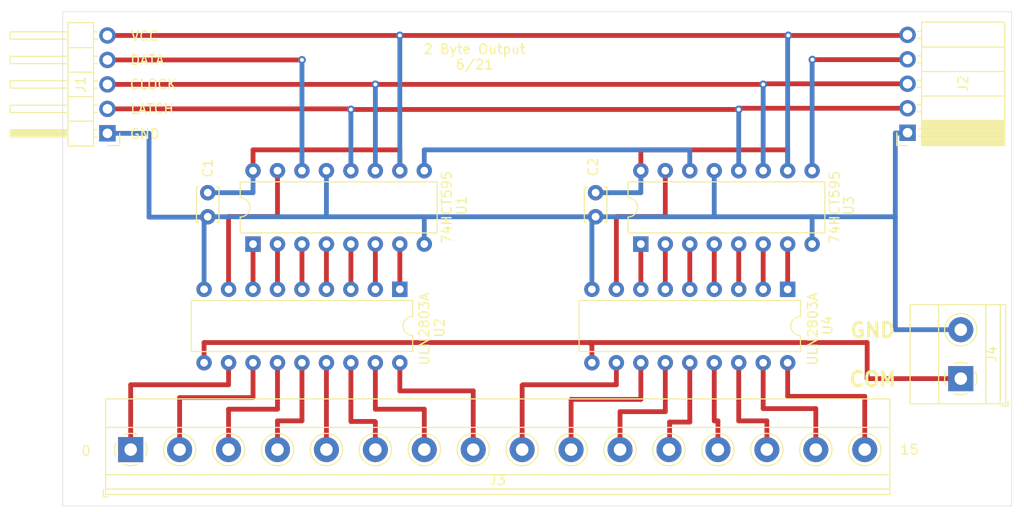
<source format=kicad_pcb>
(kicad_pcb (version 20211014) (generator pcbnew)
  (layers (0 "F.Cu" signal) (31 "B.Cu" signal) (34 "B.Paste" user) (35 "F.Paste" user) (36 "B.SilkS" user "B.Silkscreen") (37 "F.SilkS" user "F.Silkscreen") (38 "B.Mask" user) (39 "F.Mask" user) (44 "Edge.Cuts" user))
  (net 0 "")
  (net 1 "VCC")
  (net 2 "GND")
  (net 3 "LAT")
  (net 4 "CLK")
  (net 5 "DI")
  (net 6 "DO")
  (net 7 "OUT1")
  (net 8 "OUT2")
  (net 9 "OUT3")
  (net 10 "OUT4")
  (net 11 "OUT5")
  (net 12 "OUT6")
  (net 13 "OUT7")
  (net 14 "OUT8")
  (net 15 "OUT9")
  (net 16 "OUT10")
  (net 17 "OUT11")
  (net 18 "OUT12")
  (net 19 "OUT13")
  (net 20 "OUT14")
  (net 21 "OUT15")
  (net 22 "OUT16")
  (net 23 "COM")
  (net 24 "DN")
  (net 25 "I7")
  (net 26 "I6")
  (net 27 "I5")
  (net 28 "I4")
  (net 29 "I3")
  (net 30 "I2")
  (net 31 "I1")
  (net 32 "I8")
  (net 33 "I16")
  (net 34 "I9")
  (net 35 "I10")
  (net 36 "I11")
  (net 37 "I12")
  (net 38 "I13")
  (net 39 "I14")
  (net 40 "I15")
  (footprint "Capacitor_THT:C_Disc_D3.4mm_W2.1mm_P2.50mm" (layer "F.Cu") (at 151.13 92.456 -90)
    (fp_text reference "C2" (at -2.667 0.254 90) (layer "F.SilkS"))
    (fp_text value "0.1uf")
    (fp_line (start -0.57 -1.17) (end 3.07 -1.17) (layer "F.SilkS") (width 0.12))
    (fp_line (start -0.57 -1.17) (end -0.57 -0.925) (layer "F.SilkS") (width 0.12))
    (fp_line (start 3.07 0.925) (end 3.07 1.17) (layer "F.SilkS") (width 0.12))
    (fp_line (start -0.57 0.925) (end -0.57 1.17) (layer "F.SilkS") (width 0.12))
    (fp_line (start -0.57 1.17) (end 3.07 1.17) (layer "F.SilkS") (width 0.12))
    (fp_line (start 3.07 -1.17) (end 3.07 -0.925) (layer "F.SilkS") (width 0.12))
    (pad "1" thru_hole circle locked (at 0 0 270) (size 1.6 1.6) (drill 0.8) (layers *.Cu *.Mask) (net 1 "VCC"))
    (pad "2" thru_hole circle locked (at 2.5 0 270) (size 1.6 1.6) (drill 0.8) (layers *.Cu *.Mask) (net 2 "GND"))
  )
  (footprint "MountingHole:MountingHole_3.2mm_M3" (layer "F.Cu") (at 100.6475 97.5995)
    (fp_text reference " " hide)
    (fp_text value " " hide)
    (pad "" np_thru_hole circle locked (at 0 0) (size 3.2 3.2) (drill 3.2) (layers *.Cu *.Mask))
  )
  (footprint "MountingHole:MountingHole_3.2mm_M3" (layer "F.Cu") (at 189.4205 97.5995)
    (fp_text reference " " hide)
    (fp_text value " " hide)
    (pad "" np_thru_hole circle locked (at 0 0) (size 3.2 3.2) (drill 3.2) (layers *.Cu *.Mask))
  )
  (footprint "Connector_PinHeader_2.54mm:PinHeader_1x05_P2.54mm_Horizontal" (layer "F.Cu") (at 100.457 86.2965 180)
    (fp_text reference "J1" (at 2.794 5.08 90) (layer "F.SilkS"))
    (fp_text value "Conn_01x05_Male")
    (fp_line (start 1.11 0.38) (end 1.44 0.38) (layer "F.SilkS") (width 0.12))
    (fp_line (start 4.1 4.7) (end 10.1 4.7) (layer "F.SilkS") (width 0.12))
    (fp_line (start 4.1 0.04) (end 10.1 0.04) (layer "F.SilkS") (width 0.12))
    (fp_line (start 1.042929 4.7) (end 1.44 4.7) (layer "F.SilkS") (width 0.12))
    (fp_line (start 1.11 -0.38) (end 1.44 -0.38) (layer "F.SilkS") (width 0.12))
    (fp_line (start 4.1 -0.08) (end 10.1 -0.08) (layer "F.SilkS") (width 0.12))
    (fp_line (start 4.1 0.28) (end 10.1 0.28) (layer "F.SilkS") (width 0.12))
    (fp_line (start 10.1 -0.38) (end 10.1 0.38) (layer "F.SilkS") (width 0.12))
    (fp_line (start 1.44 11.49) (end 4.1 11.49) (layer "F.SilkS") (width 0.12))
    (fp_line (start -1.27 0) (end -1.27 -1.27) (layer "F.SilkS") (width 0.12))
    (fp_line (start 1.44 1.27) (end 4.1 1.27) (layer "F.SilkS") (width 0.12))
    (fp_line (start 4.1 -0.38) (end 10.1 -0.38) (layer "F.SilkS") (width 0.12))
    (fp_line (start 1.44 6.35) (end 4.1 6.35) (layer "F.SilkS") (width 0.12))
    (fp_line (start 1.042929 9.78) (end 1.44 9.78) (layer "F.SilkS") (width 0.12))
    (fp_line (start 10.1 0.38) (end 4.1 0.38) (layer "F.SilkS") (width 0.12))
    (fp_line (start 4.1 -0.32) (end 10.1 -0.32) (layer "F.SilkS") (width 0.12))
    (fp_line (start -1.27 -1.27) (end 0 -1.27) (layer "F.SilkS") (width 0.12))
    (fp_line (start 1.042929 7.24) (end 1.44 7.24) (layer "F.SilkS") (width 0.12))
    (fp_line (start 1.042929 8) (end 1.44 8) (layer "F.SilkS") (width 0.12))
    (fp_line (start 1.042929 5.46) (end 1.44 5.46) (layer "F.SilkS") (width 0.12))
    (fp_line (start 4.1 2.16) (end 10.1 2.16) (layer "F.SilkS") (width 0.12))
    (fp_line (start 10.1 2.16) (end 10.1 2.92) (layer "F.SilkS") (width 0.12))
    (fp_line (start 4.1 -1.33) (end 1.44 -1.33) (layer "F.SilkS") (width 0.12))
    (fp_line (start 10.1 8) (end 4.1 8) (layer "F.SilkS") (width 0.12))
    (fp_line (start 1.042929 2.92) (end 1.44 2.92) (layer "F.SilkS") (width 0.12))
    (fp_line (start 4.1 9.78) (end 10.1 9.78) (layer "F.SilkS") (width 0.12))
    (fp_line (start 10.1 9.78) (end 10.1 10.54) (layer "F.SilkS") (width 0.12))
    (fp_line (start 4.1 0.16) (end 10.1 0.16) (layer "F.SilkS") (width 0.12))
    (fp_line (start 1.44 8.89) (end 4.1 8.89) (layer "F.SilkS") (width 0.12))
    (fp_line (start 1.042929 10.54) (end 1.44 10.54) (layer "F.SilkS") (width 0.12))
    (fp_line (start 1.44 -1.33) (end 1.44 11.49) (layer "F.SilkS") (width 0.12))
    (fp_line (start 4.1 7.24) (end 10.1 7.24) (layer "F.SilkS") (width 0.12))
    (fp_line (start 10.1 5.46) (end 4.1 5.46) (layer "F.SilkS") (width 0.12))
    (fp_line (start 10.1 4.7) (end 10.1 5.46) (layer "F.SilkS") (width 0.12))
    (fp_line (start 10.1 2.92) (end 4.1 2.92) (layer "F.SilkS") (width 0.12))
    (fp_line (start 4.1 -0.2) (end 10.1 -0.2) (layer "F.SilkS") (width 0.12))
    (fp_line (start 1.042929 2.16) (end 1.44 2.16) (layer "F.SilkS") (width 0.12))
    (fp_line (start 10.1 7.24) (end 10.1 8) (layer "F.SilkS") (width 0.12))
    (fp_line (start 10.1 10.54) (end 4.1 10.54) (layer "F.SilkS") (width 0.12))
    (fp_line (start 1.44 3.81) (end 4.1 3.81) (layer "F.SilkS") (width 0.12))
    (fp_line (start 4.1 11.49) (end 4.1 -1.33) (layer "F.SilkS") (width 0.12))
    (pad "1" thru_hole rect locked (at 0 0 180) (size 1.7 1.7) (drill 1) (layers *.Cu *.Mask) (net 2 "GND"))
    (pad "2" thru_hole oval locked (at 0 2.54 180) (size 1.7 1.7) (drill 1) (layers *.Cu *.Mask) (net 3 "LAT"))
    (pad "3" thru_hole oval locked (at 0 5.08 180) (size 1.7 1.7) (drill 1) (layers *.Cu *.Mask) (net 4 "CLK"))
    (pad "4" thru_hole oval locked (at 0 7.62 180) (size 1.7 1.7) (drill 1) (layers *.Cu *.Mask) (net 5 "DI"))
    (pad "5" thru_hole oval locked (at 0 10.16 180) (size 1.7 1.7) (drill 1) (layers *.Cu *.Mask) (net 1 "VCC"))
  )
  (footprint "Connector_PinSocket_2.54mm:PinSocket_1x05_P2.54mm_Horizontal" (layer "F.Cu") (at 183.515 86.233 180)
    (fp_text reference "J2" (at -5.7785 5.08 90) (layer "F.SilkS"))
    (fp_text value "Conn_01x05_Female")
    (fp_line (start -10.09 0.561425) (end -1.46 0.561425) (layer "F.SilkS") (width 0.12))
    (fp_line (start -1.46 7.26) (end -1.05 7.26) (layer "F.SilkS") (width 0.12))
    (fp_line (start -1.46 0.36) (end -1.11 0.36) (layer "F.SilkS") (width 0.12))
    (fp_line (start -10.09 6.35) (end -1.46 6.35) (layer "F.SilkS") (width 0.12))
    (fp_line (start -1.46 -1.33) (end -1.46 11.49) (layer "F.SilkS") (width 0.12))
    (fp_line (start -10.09 8.89) (end -1.46 8.89) (layer "F.SilkS") (width 0.12))
    (fp_line (start -10.09 -0.26524) (end -1.46 -0.26524) (layer "F.SilkS") (width 0.12))
    (fp_line (start -10.09 1.27) (end -1.46 1.27) (layer "F.SilkS") (width 0.12))
    (fp_line (start -1.46 5.44) (end -1.05 5.44) (layer "F.SilkS") (width 0.12))
    (fp_line (start -10.09 0.44333) (end -1.46 0.44333) (layer "F.SilkS") (width 0.12))
    (fp_line (start -10.09 0.325235) (end -1.46 0.325235) (layer "F.SilkS") (width 0.12))
    (fp_line (start -10.09 -0.383335) (end -1.46 -0.383335) (layer "F.SilkS") (width 0.12))
    (fp_line (start -10.09 -1.21) (end -1.46 -1.21) (layer "F.SilkS") (width 0.12))
    (fp_line (start -10.09 -0.619525) (end -1.46 -0.619525) (layer "F.SilkS") (width 0.12))
    (fp_line (start -10.09 1.1519) (end -1.46 1.1519) (layer "F.SilkS") (width 0.12))
    (fp_line (start -10.09 0.797615) (end -1.46 0.797615) (layer "F.SilkS") (width 0.12))
    (fp_line (start -10.09 -1.091905) (end -1.46 -1.091905) (layer "F.SilkS") (width 0.12))
    (fp_line (start -10.09 -0.02905) (end -1.46 -0.02905) (layer "F.SilkS") (width 0.12))
    (fp_line (start -1.46 7.98) (end -1.05 7.98) (layer "F.SilkS") (width 0.12))
    (fp_line (start -10.09 -1.33) (end -10.09 11.49) (layer "F.SilkS") (width 0.12))
    (fp_line (start -1.46 2.18) (end -1.05 2.18) (layer "F.SilkS") (width 0.12))
    (fp_line (start -10.09 0.91571) (end -1.46 0.91571) (layer "F.SilkS") (width 0.12))
    (fp_line (start 0 -1.33) (end 1.11 -1.33) (layer "F.SilkS") (width 0.12))
    (fp_line (start -1.46 10.52) (end -1.05 10.52) (layer "F.SilkS") (width 0.12))
    (fp_line (start -10.09 -0.147145) (end -1.46 -0.147145) (layer "F.SilkS") (width 0.12))
    (fp_line (start -10.09 -1.33) (end -1.46 -1.33) (layer "F.SilkS") (width 0.12))
    (fp_line (start 1.11 -1.33) (end 1.11 0) (layer "F.SilkS") (width 0.12))
    (fp_line (start -1.46 4.72) (end -1.05 4.72) (layer "F.SilkS") (width 0.12))
    (fp_line (start -10.09 0.20714) (end -1.46 0.20714) (layer "F.SilkS") (width 0.12))
    (fp_line (start -1.46 2.9) (end -1.05 2.9) (layer "F.SilkS") (width 0.12))
    (fp_line (start -10.09 1.033805) (end -1.46 1.033805) (layer "F.SilkS") (width 0.12))
    (fp_line (start -10.09 -0.855715) (end -1.46 -0.855715) (layer "F.SilkS") (width 0.12))
    (fp_line (start -1.46 9.8) (end -1.05 9.8) (layer "F.SilkS") (width 0.12))
    (fp_line (start -10.09 0.089045) (end -1.46 0.089045) (layer "F.SilkS") (width 0.12))
    (fp_line (start -10.09 11.49) (end -1.46 11.49) (layer "F.SilkS") (width 0.12))
    (fp_line (start -10.09 0.67952) (end -1.46 0.67952) (layer "F.SilkS") (width 0.12))
    (fp_line (start -10.09 3.81) (end -1.46 3.81) (layer "F.SilkS") (width 0.12))
    (fp_line (start -1.46 -0.36) (end -1.11 -0.36) (layer "F.SilkS") (width 0.12))
    (fp_line (start -10.09 -0.97381) (end -1.46 -0.97381) (layer "F.SilkS") (width 0.12))
    (fp_line (start -10.09 -0.50143) (end -1.46 -0.50143) (layer "F.SilkS") (width 0.12))
    (fp_line (start -10.09 -0.73762) (end -1.46 -0.73762) (layer "F.SilkS") (width 0.12))
    (pad "1" thru_hole rect locked (at 0 0 180) (size 1.7 1.7) (drill 1) (layers *.Cu *.Mask) (net 2 "GND"))
    (pad "2" thru_hole oval locked (at 0 2.54 180) (size 1.7 1.7) (drill 1) (layers *.Cu *.Mask) (net 3 "LAT"))
    (pad "3" thru_hole oval locked (at 0 5.08 180) (size 1.7 1.7) (drill 1) (layers *.Cu *.Mask) (net 4 "CLK"))
    (pad "4" thru_hole oval locked (at 0 7.62 180) (size 1.7 1.7) (drill 1) (layers *.Cu *.Mask) (net 6 "DO"))
    (pad "5" thru_hole oval locked (at 0 10.16 180) (size 1.7 1.7) (drill 1) (layers *.Cu *.Mask) (net 1 "VCC"))
  )
  (footprint "TerminalBlock_Phoenix:TerminalBlock_Phoenix_MKDS-1,5-16-5.08_1x16_P5.08mm_Horizontal" (layer "F.Cu") (at 102.87 119.126)
    (fp_text reference "J3" (at 38.1 3.175) (layer "F.SilkS"))
    (fp_text value "Screw_Terminal_01x16")
    (fp_line (start 19.093 1.023) (end 19.046 1.069) (layer "F.SilkS") (width 0.12))
    (fp_line (start 54.653 1.023) (end 54.606 1.069) (layer "F.SilkS") (width 0.12))
    (fp_line (start 11.435 -1.069) (end 11.388 -1.023) (layer "F.SilkS") (width 0.12))
    (fp_line (start 72.19 -1.275) (end 72.155 -1.239) (layer "F.SilkS") (width 0.12))
    (fp_line (start 78.801 -5.261) (end 78.801 4.66) (layer "F.SilkS") (width 0.12))
    (fp_line (start 14.206 1.239) (end 14.171 1.274) (layer "F.SilkS") (width 0.12))
    (fp_line (start 8.933 1.023) (end 8.886 1.069) (layer "F.SilkS") (width 0.12))
    (fp_line (start 67.11 -1.275) (end 67.075 -1.239) (layer "F.SilkS") (width 0.12))
    (fp_line (start 69.893 1.023) (end 69.846 1.069) (layer "F.SilkS") (width 0.12))
    (fp_line (start -2.6 -2.301) (end 78.801 -2.301) (layer "F.SilkS") (width 0.12))
    (fp_line (start -2.84 4.9) (end -2.34 4.9) (layer "F.SilkS") (width 0.12))
    (fp_line (start 36.63 -1.275) (end 36.595 -1.239) (layer "F.SilkS") (width 0.12))
    (fp_line (start 59.926 1.239) (end 59.891 1.274) (layer "F.SilkS") (width 0.12))
    (fp_line (start 77.27 -1.275) (end 77.235 -1.239) (layer "F.SilkS") (width 0.12))
    (fp_line (start 36.835 -1.069) (end 36.788 -1.023) (layer "F.SilkS") (width 0.12))
    (fp_line (start 16.31 -1.275) (end 16.275 -1.239) (layer "F.SilkS") (width 0.12))
    (fp_line (start 49.766 1.239) (end 49.731 1.274) (layer "F.SilkS") (width 0.12))
    (fp_line (start 3.853 1.023) (end 3.806 1.069) (layer "F.SilkS") (width 0.12))
    (fp_line (start 64.813 1.023) (end 64.766 1.069) (layer "F.SilkS") (width 0.12))
    (fp_line (start 16.515 -1.069) (end 16.468 -1.023) (layer "F.SilkS") (width 0.12))
    (fp_line (start 21.595 -1.069) (end 21.548 -1.023) (layer "F.SilkS") (width 0.12))
    (fp_line (start 24.366 1.239) (end 24.331 1.274) (layer "F.SilkS") (width 0.12))
    (fp_line (start 77.475 -1.069) (end 77.428 -1.023) (layer "F.SilkS") (width 0.12))
    (fp_line (start 57.155 -1.069) (end 57.108 -1.023) (layer "F.SilkS") (width 0.12))
    (fp_line (start 65.006 1.239) (end 64.971 1.274) (layer "F.SilkS") (width 0.12))
    (fp_line (start 67.315 -1.069) (end 67.268 -1.023) (layer "F.SilkS") (width 0.12))
    (fp_line (start 41.71 -1.275) (end 41.675 -1.239) (layer "F.SilkS") (width 0.12))
    (fp_line (start 44.493 1.023) (end 44.446 1.069) (layer "F.SilkS") (width 0.12))
    (fp_line (start 14.013 1.023) (end 13.966 1.069) (layer "F.SilkS") (width 0.12))
    (fp_line (start 11.23 -1.275) (end 11.195 -1.239) (layer "F.SilkS") (width 0.12))
    (fp_line (start 39.413 1.023) (end 39.366 1.069) (layer "F.SilkS") (width 0.12))
    (fp_line (start 46.79 -1.275) (end 46.755 -1.239) (layer "F.SilkS") (width 0.12))
    (fp_line (start -2.6 4.1) (end 78.801 4.1) (layer "F.SilkS") (width 0.12))
    (fp_line (start 54.846 1.239) (end 54.811 1.274) (layer "F.SilkS") (width 0.12))
    (fp_line (start 6.355 -1.069) (end 6.308 -1.023) (layer "F.SilkS") (width 0.12))
    (fp_line (start 74.973 1.023) (end 74.926 1.069) (layer "F.SilkS") (width 0.12))
    (fp_line (start 24.173 1.023) (end 24.126 1.069) (layer "F.SilkS") (width 0.12))
    (fp_line (start 44.686 1.239) (end 44.651 1.274) (layer "F.SilkS") (width 0.12))
    (fp_line (start 49.573 1.023) (end 49.526 1.069) (layer "F.SilkS") (width 0.12))
    (fp_line (start 34.333 1.023) (end 34.286 1.069) (layer "F.SilkS") (width 0.12))
    (fp_line (start 51.87 -1.275) (end 51.835 -1.239) (layer "F.SilkS") (width 0.12))
    (fp_line (start 6.15 -1.275) (end 6.115 -1.239) (layer "F.SilkS") (width 0.12))
    (fp_line (start 70.086 1.239) (end 70.051 1.274) (layer "F.SilkS") (width 0.12))
    (fp_line (start 4.046 1.239) (end 4.011 1.274) (layer "F.SilkS") (width 0.12))
    (fp_line (start 56.95 -1.275) (end 56.915 -1.239) (layer "F.SilkS") (width 0.12))
    (fp_line (start 39.606 1.239) (end 39.571 1.274) (layer "F.SilkS") (width 0.12))
    (fp_line (start 31.55 -1.275) (end 31.515 -1.239) (layer "F.SilkS") (width 0.12))
    (fp_line (start 29.253 1.023) (end 29.206 1.069) (layer "F.SilkS") (width 0.12))
    (fp_line (start 26.47 -1.275) (end 26.435 -1.239) (layer "F.SilkS") (width 0.12))
    (fp_line (start -2.84 4.16) (end -2.84 4.9) (layer "F.SilkS") (width 0.12))
    (fp_line (start -2.6 -5.261) (end 78.801 -5.261) (layer "F.SilkS") (width 0.12))
    (fp_line (start 26.675 -1.069) (end 26.628 -1.023) (layer "F.SilkS") (width 0.12))
    (fp_line (start -2.6 2.6) (end 78.801 2.6) (layer "F.SilkS") (width 0.12))
    (fp_line (start 19.286 1.239) (end 19.251 1.274) (layer "F.SilkS") (width 0.12))
    (fp_line (start 59.733 1.023) (end 59.686 1.069) (layer "F.SilkS") (width 0.12))
    (fp_line (start 34.526 1.239) (end 34.491 1.274) (layer "F.SilkS") (width 0.12))
    (fp_line (start 52.075 -1.069) (end 52.028 -1.023) (layer "F.SilkS") (width 0.12))
    (fp_line (start 62.03 -1.275) (end 61.995 -1.239) (layer "F.SilkS") (width 0.12))
    (fp_line (start 9.126 1.239) (end 9.091 1.274) (layer "F.SilkS") (width 0.12))
    (fp_line (start 21.39 -1.275) (end 21.355 -1.239) (layer "F.SilkS") (width 0.12))
    (fp_line (start 62.235 -1.069) (end 62.188 -1.023) (layer "F.SilkS") (width 0.12))
    (fp_line (start 46.995 -1.069) (end 46.948 -1.023) (layer "F.SilkS") (width 0.12))
    (fp_line (start 72.395 -1.069) (end 72.348 -1.023) (layer "F.SilkS") (width 0.12))
    (fp_line (start -2.6 -5.261) (end -2.6 4.66) (layer "F.SilkS") (width 0.12))
    (fp_line (start -2.6 4.66) (end 78.801 4.66) (layer "F.SilkS") (width 0.12))
    (fp_line (start 75.166 1.239) (end 75.131 1.274) (layer "F.SilkS") (width 0.12))
    (fp_line (start 29.446 1.239) (end 29.411 1.274) (layer "F.SilkS") (width 0.12))
    (fp_line (start 41.915 -1.069) (end 41.868 -1.023) (layer "F.SilkS") (width 0.12))
    (fp_line (start 31.755 -1.069) (end 31.708 -1.023) (layer "F.SilkS") (width 0.12))
    (fp_arc (start -0.683042 -1.535427) (mid 0.000524 -1.680501) (end 0.684 -1.535) (layer "F.SilkS") (width 0.12))
    (fp_arc (start 1.535427 -0.683042) (mid 1.680501 0.000524) (end 1.535 0.684) (layer "F.SilkS") (width 0.12))
    (fp_arc (start -1.535427 0.683042) (mid -1.680501 -0.000524) (end -1.535 -0.684) (layer "F.SilkS") (width 0.12))
    (fp_arc (start 0.683318 1.534756) (mid 0.349292 1.643288) (end 0 1.68) (layer "F.SilkS") (width 0.12))
    (fp_arc (start 0.028805 1.680253) (mid -0.335551 1.646659) (end -0.684 1.535) (layer "F.SilkS") (width 0.12))
    (fp_circle (center 30.48 0) (end 32.16 0) (layer "F.SilkS") (width 0.12) (fill none))
    (fp_circle (center 35.56 0) (end 37.24 0) (layer "F.SilkS") (width 0.12) (fill none))
    (fp_circle (center 76.2 0) (end 77.88 0) (layer "F.SilkS") (width 0.12) (fill none))
    (fp_circle (center 20.32 0) (end 22 0) (layer "F.SilkS") (width 0.12) (fill none))
    (fp_circle (center 25.4 0) (end 27.08 0) (layer "F.SilkS") (width 0.12) (fill none))
    (fp_circle (center 71.12 0) (end 72.8 0) (layer "F.SilkS") (width 0.12) (fill none))
    (fp_circle (center 10.16 0) (end 11.84 0) (layer "F.SilkS") (width 0.12) (fill none))
    (fp_circle (center 5.08 0) (end 6.76 0) (layer "F.SilkS") (width 0.12) (fill none))
    (fp_circle (center 50.8 0) (end 52.48 0) (layer "F.SilkS") (width 0.12) (fill none))
    (fp_circle (center 15.24 0) (end 16.92 0) (layer "F.SilkS") (width 0.12) (fill none))
    (fp_circle (center 60.96 0) (end 62.64 0) (layer "F.SilkS") (width 0.12) (fill none))
    (fp_circle (center 66.04 0) (end 67.72 0) (layer "F.SilkS") (width 0.12) (fill none))
    (fp_circle (center 40.64 0) (end 42.32 0) (layer "F.SilkS") (width 0.12) (fill none))
    (fp_circle (center 45.72 0) (end 47.4 0) (layer "F.SilkS") (width 0.12) (fill none))
    (fp_circle (center 55.88 0) (end 57.56 0) (layer "F.SilkS") (width 0.12) (fill none))
    (pad "1" thru_hole rect locked (at 0 0) (size 2.6 2.6) (drill 1.3) (layers *.Cu *.Mask) (net 7 "OUT1"))
    (pad "2" thru_hole circle locked (at 5.08 0) (size 2.6 2.6) (drill 1.3) (layers *.Cu *.Mask) (net 8 "OUT2"))
    (pad "3" thru_hole circle locked (at 10.16 0) (size 2.6 2.6) (drill 1.3) (layers *.Cu *.Mask) (net 9 "OUT3"))
    (pad "4" thru_hole circle locked (at 15.24 0) (size 2.6 2.6) (drill 1.3) (layers *.Cu *.Mask) (net 10 "OUT4"))
    (pad "5" thru_hole circle locked (at 20.32 0) (size 2.6 2.6) (drill 1.3) (layers *.Cu *.Mask) (net 11 "OUT5"))
    (pad "6" thru_hole circle locked (at 25.4 0) (size 2.6 2.6) (drill 1.3) (layers *.Cu *.Mask) (net 12 "OUT6"))
    (pad "7" thru_hole circle locked (at 30.48 0) (size 2.6 2.6) (drill 1.3) (layers *.Cu *.Mask) (net 13 "OUT7"))
    (pad "8" thru_hole circle locked (at 35.56 0) (size 2.6 2.6) (drill 1.3) (layers *.Cu *.Mask) (net 14 "OUT8"))
    (pad "9" thru_hole circle locked (at 40.64 0) (size 2.6 2.6) (drill 1.3) (layers *.Cu *.Mask) (net 15 "OUT9"))
    (pad "10" thru_hole circle locked (at 45.72 0) (size 2.6 2.6) (drill 1.3) (layers *.Cu *.Mask) (net 16 "OUT10"))
    (pad "11" thru_hole circle locked (at 50.8 0) (size 2.6 2.6) (drill 1.3) (layers *.Cu *.Mask) (net 17 "OUT11"))
    (pad "12" thru_hole circle locked (at 55.88 0) (size 2.6 2.6) (drill 1.3) (layers *.Cu *.Mask) (net 18 "OUT12"))
    (pad "13" thru_hole circle locked (at 60.96 0) (size 2.6 2.6) (drill 1.3) (layers *.Cu *.Mask) (net 19 "OUT13"))
    (pad "14" thru_hole circle locked (at 66.04 0) (size 2.6 2.6) (drill 1.3) (layers *.Cu *.Mask) (net 20 "OUT14"))
    (pad "15" thru_hole circle locked (at 71.12 0) (size 2.6 2.6) (drill 1.3) (layers *.Cu *.Mask) (net 21 "OUT15"))
    (pad "16" thru_hole circle locked (at 76.2 0) (size 2.6 2.6) (drill 1.3) (layers *.Cu *.Mask) (net 22 "OUT16"))
  )
  (footprint "Package_DIP:DIP-16_W7.62mm" (layer "F.Cu") (at 115.57 97.792 90)
    (fp_text reference "U1" (at 4.0025 21.6535 90) (layer "F.SilkS"))
    (fp_text value "74HCT595" (at 3.81 20.11 90) (layer "F.SilkS"))
    (fp_line (start 6.46 19.11) (end 6.46 -1.33) (layer "F.SilkS") (width 0.12))
    (fp_line (start 1.16 19.11) (end 6.46 19.11) (layer "F.SilkS") (width 0.12))
    (fp_line (start 1.16 -1.33) (end 1.16 19.11) (layer "F.SilkS") (width 0.12))
    (fp_line (start 2.81 -1.33) (end 1.16 -1.33) (layer "F.SilkS") (width 0.12))
    (fp_line (start 6.46 -1.33) (end 4.81 -1.33) (layer "F.SilkS") (width 0.12))
    (fp_arc (start 4.81 -1.33) (mid 3.81 -0.33) (end 2.81 -1.33) (layer "F.SilkS") (width 0.12))
    (pad "1" thru_hole rect locked (at 0 0 90) (size 1.6 1.6) (drill 0.8) (layers *.Cu *.Mask) (net 25 "I7"))
    (pad "2" thru_hole oval locked (at 0 2.54 90) (size 1.6 1.6) (drill 0.8) (layers *.Cu *.Mask) (net 26 "I6"))
    (pad "3" thru_hole oval locked (at 0 5.08 90) (size 1.6 1.6) (drill 0.8) (layers *.Cu *.Mask) (net 27 "I5"))
    (pad "4" thru_hole oval locked (at 0 7.62 90) (size 1.6 1.6) (drill 0.8) (layers *.Cu *.Mask) (net 28 "I4"))
    (pad "5" thru_hole oval locked (at 0 10.16 90) (size 1.6 1.6) (drill 0.8) (layers *.Cu *.Mask) (net 29 "I3"))
    (pad "6" thru_hole oval locked (at 0 12.7 90) (size 1.6 1.6) (drill 0.8) (layers *.Cu *.Mask) (net 30 "I2"))
    (pad "7" thru_hole oval locked (at 0 15.24 90) (size 1.6 1.6) (drill 0.8) (layers *.Cu *.Mask) (net 31 "I1"))
    (pad "8" thru_hole oval locked (at 0 17.78 90) (size 1.6 1.6) (drill 0.8) (layers *.Cu *.Mask) (net 2 "GND"))
    (pad "9" thru_hole oval locked (at 7.62 17.78 90) (size 1.6 1.6) (drill 0.8) (layers *.Cu *.Mask) (net 24 "DN"))
    (pad "10" thru_hole oval locked (at 7.62 15.24 90) (size 1.6 1.6) (drill 0.8) (layers *.Cu *.Mask) (net 1 "VCC"))
    (pad "11" thru_hole oval locked (at 7.62 12.7 90) (size 1.6 1.6) (drill 0.8) (layers *.Cu *.Mask) (net 4 "CLK"))
    (pad "12" thru_hole oval locked (at 7.62 10.16 90) (size 1.6 1.6) (drill 0.8) (layers *.Cu *.Mask) (net 3 "LAT"))
    (pad "13" thru_hole oval locked (at 7.62 7.62 90) (size 1.6 1.6) (drill 0.8) (layers *.Cu *.Mask) (net 2 "GND"))
    (pad "14" thru_hole oval locked (at 7.62 5.08 90) (size 1.6 1.6) (drill 0.8) (layers *.Cu *.Mask) (net 5 "DI"))
    (pad "15" thru_hole oval locked (at 7.62 2.54 90) (size 1.6 1.6) (drill 0.8) (layers *.Cu *.Mask) (net 32 "I8"))
    (pad "16" thru_hole oval locked (at 7.62 0 90) (size 1.6 1.6) (drill 0.8) (layers *.Cu *.Mask) (net 1 "VCC"))
  )
  (footprint "Package_DIP:DIP-16_W7.62mm" (layer "F.Cu") (at 155.829 97.792 90)
    (fp_text reference "U3" (at 4.0025 21.59 90) (layer "F.SilkS"))
    (fp_text value "74HCT595" (at 3.81 20.11 90) (layer "F.SilkS"))
    (fp_line (start 1.16 -1.33) (end 1.16 19.11) (layer "F.SilkS") (width 0.12))
    (fp_line (start 1.16 19.11) (end 6.46 19.11) (layer "F.SilkS") (width 0.12))
    (fp_line (start 2.81 -1.33) (end 1.16 -1.33) (layer "F.SilkS") (width 0.12))
    (fp_line (start 6.46 19.11) (end 6.46 -1.33) (layer "F.SilkS") (width 0.12))
    (fp_line (start 6.46 -1.33) (end 4.81 -1.33) (layer "F.SilkS") (width 0.12))
    (fp_arc (start 4.81 -1.33) (mid 3.81 -0.33) (end 2.81 -1.33) (layer "F.SilkS") (width 0.12))
    (pad "1" thru_hole rect locked (at 0 0 90) (size 1.6 1.6) (drill 0.8) (layers *.Cu *.Mask) (net 40 "I15"))
    (pad "2" thru_hole oval locked (at 0 2.54 90) (size 1.6 1.6) (drill 0.8) (layers *.Cu *.Mask) (net 39 "I14"))
    (pad "3" thru_hole oval locked (at 0 5.08 90) (size 1.6 1.6) (drill 0.8) (layers *.Cu *.Mask) (net 38 "I13"))
    (pad "4" thru_hole oval locked (at 0 7.62 90) (size 1.6 1.6) (drill 0.8) (layers *.Cu *.Mask) (net 37 "I12"))
    (pad "5" thru_hole oval locked (at 0 10.16 90) (size 1.6 1.6) (drill 0.8) (layers *.Cu *.Mask) (net 36 "I11"))
    (pad "6" thru_hole oval locked (at 0 12.7 90) (size 1.6 1.6) (drill 0.8) (layers *.Cu *.Mask) (net 35 "I10"))
    (pad "7" thru_hole oval locked (at 0 15.24 90) (size 1.6 1.6) (drill 0.8) (layers *.Cu *.Mask) (net 34 "I9"))
    (pad "8" thru_hole oval locked (at 0 17.78 90) (size 1.6 1.6) (drill 0.8) (layers *.Cu *.Mask) (net 2 "GND"))
    (pad "9" thru_hole oval locked (at 7.62 17.78 90) (size 1.6 1.6) (drill 0.8) (layers *.Cu *.Mask) (net 6 "DO"))
    (pad "10" thru_hole oval locked (at 7.62 15.24 90) (size 1.6 1.6) (drill 0.8) (layers *.Cu *.Mask) (net 1 "VCC"))
    (pad "11" thru_hole oval locked (at 7.62 12.7 90) (size 1.6 1.6) (drill 0.8) (layers *.Cu *.Mask) (net 4 "CLK"))
    (pad "12" thru_hole oval locked (at 7.62 10.16 90) (size 1.6 1.6) (drill 0.8) (layers *.Cu *.Mask) (net 3 "LAT"))
    (pad "13" thru_hole oval locked (at 7.62 7.62 90) (size 1.6 1.6) (drill 0.8) (layers *.Cu *.Mask) (net 2 "GND"))
    (pad "14" thru_hole oval locked (at 7.62 5.08 90) (size 1.6 1.6) (drill 0.8) (layers *.Cu *.Mask) (net 24 "DN"))
    (pad "15" thru_hole oval locked (at 7.62 2.54 90) (size 1.6 1.6) (drill 0.8) (layers *.Cu *.Mask) (net 33 "I16"))
    (pad "16" thru_hole oval locked (at 7.62 0 90) (size 1.6 1.6) (drill 0.8) (layers *.Cu *.Mask) (net 1 "VCC"))
  )
  (footprint "Package_DIP:DIP-18_W7.62mm" (layer "F.Cu") (at 171.069 102.489 -90)
    (fp_text reference "U4" (at 3.7465 -4.1275 90) (layer "F.SilkS"))
    (fp_text value "ULN2803A" (at 4.1275 -2.6035 90) (layer "F.SilkS"))
    (fp_line (start 1.16 21.65) (end 6.46 21.65) (layer "F.SilkS") (width 0.12))
    (fp_line (start 6.46 -1.33) (end 4.81 -1.33) (layer "F.SilkS") (width 0.12))
    (fp_line (start 1.16 -1.33) (end 1.16 21.65) (layer "F.SilkS") (width 0.12))
    (fp_line (start 6.46 21.65) (end 6.46 -1.33) (layer "F.SilkS") (width 0.12))
    (fp_line (start 2.81 -1.33) (end 1.16 -1.33) (layer "F.SilkS") (width 0.12))
    (fp_arc (start 4.81 -1.33) (mid 3.81 -0.33) (end 2.81 -1.33) (layer "F.SilkS") (width 0.12))
    (pad "1" thru_hole rect locked (at 0 0 270) (size 1.6 1.6) (drill 0.8) (layers *.Cu *.Mask) (net 34 "I9"))
    (pad "2" thru_hole oval locked (at 0 2.54 270) (size 1.6 1.6) (drill 0.8) (layers *.Cu *.Mask) (net 35 "I10"))
    (pad "3" thru_hole oval locked (at 0 5.08 270) (size 1.6 1.6) (drill 0.8) (layers *.Cu *.Mask) (net 36 "I11"))
    (pad "4" thru_hole oval locked (at 0 7.62 270) (size 1.6 1.6) (drill 0.8) (layers *.Cu *.Mask) (net 37 "I12"))
    (pad "5" thru_hole oval locked (at 0 10.16 270) (size 1.6 1.6) (drill 0.8) (layers *.Cu *.Mask) (net 38 "I13"))
    (pad "6" thru_hole oval locked (at 0 12.7 270) (size 1.6 1.6) (drill 0.8) (layers *.Cu *.Mask) (net 39 "I14"))
    (pad "7" thru_hole oval locked (at 0 15.24 270) (size 1.6 1.6) (drill 0.8) (layers *.Cu *.Mask) (net 40 "I15"))
    (pad "8" thru_hole oval locked (at 0 17.78 270) (size 1.6 1.6) (drill 0.8) (layers *.Cu *.Mask) (net 33 "I16"))
    (pad "9" thru_hole oval locked (at 0 20.32 270) (size 1.6 1.6) (drill 0.8) (layers *.Cu *.Mask) (net 2 "GND"))
    (pad "10" thru_hole oval locked (at 7.62 20.32 270) (size 1.6 1.6) (drill 0.8) (layers *.Cu *.Mask) (net 23 "COM"))
    (pad "11" thru_hole oval locked (at 7.62 17.78 270) (size 1.6 1.6) (drill 0.8) (layers *.Cu *.Mask) (net 15 "OUT9"))
    (pad "12" thru_hole oval locked (at 7.62 15.24 270) (size 1.6 1.6) (drill 0.8) (layers *.Cu *.Mask) (net 16 "OUT10"))
    (pad "13" thru_hole oval locked (at 7.62 12.7 270) (size 1.6 1.6) (drill 0.8) (layers *.Cu *.Mask) (net 17 "OUT11"))
    (pad "14" thru_hole oval locked (at 7.62 10.16 270) (size 1.6 1.6) (drill 0.8) (layers *.Cu *.Mask) (net 18 "OUT12"))
    (pad "15" thru_hole oval locked (at 7.62 7.62 270) (size 1.6 1.6) (drill 0.8) (layers *.Cu *.Mask) (net 19 "OUT13"))
    (pad "16" thru_hole oval locked (at 7.62 5.08 270) (size 1.6 1.6) (drill 0.8) (layers *.Cu *.Mask) (net 20 "OUT14"))
    (pad "17" thru_hole oval locked (at 7.62 2.54 270) (size 1.6 1.6) (drill 0.8) (layers *.Cu *.Mask) (net 21 "OUT15"))
    (pad "18" thru_hole oval locked (at 7.62 0 270) (size 1.6 1.6) (drill 0.8) (layers *.Cu *.Mask) (net 22 "OUT16"))
  )
  (footprint "Capacitor_THT:C_Disc_D3.4mm_W2.1mm_P2.50mm" (layer "F.Cu") (at 110.871 92.456 -90)
    (fp_text reference "C1" (at -2.54 0 90) (layer "F.SilkS"))
    (fp_text value "0.1uf")
    (fp_line (start -0.57 -1.17) (end -0.57 -0.925) (layer "F.SilkS") (width 0.12))
    (fp_line (start 3.07 0.925) (end 3.07 1.17) (layer "F.SilkS") (width 0.12))
    (fp_line (start -0.57 0.925) (end -0.57 1.17) (layer "F.SilkS") (width 0.12))
    (fp_line (start -0.57 1.17) (end 3.07 1.17) (layer "F.SilkS") (width 0.12))
    (fp_line (start 3.07 -1.17) (end 3.07 -0.925) (layer "F.SilkS") (width 0.12))
    (fp_line (start -0.57 -1.17) (end 3.07 -1.17) (layer "F.SilkS") (width 0.12))
    (pad "1" thru_hole circle locked (at 0 0 270) (size 1.6 1.6) (drill 0.8) (layers *.Cu *.Mask) (net 1 "VCC"))
    (pad "2" thru_hole circle locked (at 2.5 0 270) (size 1.6 1.6) (drill 0.8) (layers *.Cu *.Mask) (net 2 "GND"))
  )
  (footprint "Package_DIP:DIP-18_W7.62mm" (layer "F.Cu") (at 130.81 102.489 -90)
    (fp_text reference "U2" (at 4.0005 -4.1275 90) (layer "F.SilkS"))
    (fp_text value "ULN2803A" (at 4.1275 -2.54 90) (layer "F.SilkS"))
    (fp_line (start 6.46 21.65) (end 6.46 -1.33) (layer "F.SilkS") (width 0.12))
    (fp_line (start 1.16 21.65) (end 6.46 21.65) (layer "F.SilkS") (width 0.12))
    (fp_line (start 1.16 -1.33) (end 1.16 21.65) (layer "F.SilkS") (width 0.12))
    (fp_line (start 2.81 -1.33) (end 1.16 -1.33) (layer "F.SilkS") (width 0.12))
    (fp_line (start 6.46 -1.33) (end 4.81 -1.33) (layer "F.SilkS") (width 0.12))
    (fp_arc (start 4.81 -1.33) (mid 3.81 -0.33) (end 2.81 -1.33) (layer "F.SilkS") (width 0.12))
    (pad "1" thru_hole rect locked (at 0 0 270) (size 1.6 1.6) (drill 0.8) (layers *.Cu *.Mask) (net 31 "I1"))
    (pad "2" thru_hole oval locked (at 0 2.54 270) (size 1.6 1.6) (drill 0.8) (layers *.Cu *.Mask) (net 30 "I2"))
    (pad "3" thru_hole oval locked (at 0 5.08 270) (size 1.6 1.6) (drill 0.8) (layers *.Cu *.Mask) (net 29 "I3"))
    (pad "4" thru_hole oval locked (at 0 7.62 270) (size 1.6 1.6) (drill 0.8) (layers *.Cu *.Mask) (net 28 "I4"))
    (pad "5" thru_hole oval locked (at 0 10.16 270) (size 1.6 1.6) (drill 0.8) (layers *.Cu *.Mask) (net 27 "I5"))
    (pad "6" thru_hole oval locked (at 0 12.7 270) (size 1.6 1.6) (drill 0.8) (layers *.Cu *.Mask) (net 26 "I6"))
    (pad "7" thru_hole oval locked (at 0 15.24 270) (size 1.6 1.6) (drill 0.8) (layers *.Cu *.Mask) (net 25 "I7"))
    (pad "8" thru_hole oval locked (at 0 17.78 270) (size 1.6 1.6) (drill 0.8) (layers *.Cu *.Mask) (net 32 "I8"))
    (pad "9" thru_hole oval locked (at 0 20.32 270) (size 1.6 1.6) (drill 0.8) (layers *.Cu *.Mask) (net 2 "GND"))
    (pad "10" thru_hole oval locked (at 7.62 20.32 270) (size 1.6 1.6) (drill 0.8) (layers *.Cu *.Mask) (net 23 "COM"))
    (pad "11" thru_hole oval locked (at 7.62 17.78 270) (size 1.6 1.6) (drill 0.8) (layers *.Cu *.Mask) (net 7 "OUT1"))
    (pad "12" thru_hole oval locked (at 7.62 15.24 270) (size 1.6 1.6) (drill 0.8) (layers *.Cu *.Mask) (net 8 "OUT2"))
    (pad "13" thru_hole oval locked (at 7.62 12.7 270) (size 1.6 1.6) (drill 0.8) (layers *.Cu *.Mask) (net 9 "OUT3"))
    (pad "14" thru_hole oval locked (at 7.62 10.16 270) (size 1.6 1.6) (drill 0.8) (layers *.Cu *.Mask) (net 10 "OUT4"))
    (pad "15" thru_hole oval locked (at 7.62 7.62 270) (size 1.6 1.6) (drill 0.8) (layers *.Cu *.Mask) (net 11 "OUT5"))
    (pad "16" thru_hole oval locked (at 7.62 5.08 270) (size 1.6 1.6) (drill 0.8) (layers *.Cu *.Mask) (net 12 "OUT6"))
    (pad "17" thru_hole oval locked (at 7.62 2.54 270) (size 1.6 1.6) (drill 0.8) (layers *.Cu *.Mask) (net 13 "OUT7"))
    (pad "18" thru_hole oval locked (at 7.62 0 270) (size 1.6 1.6) (drill 0.8) (layers *.Cu *.Mask) (net 14 "OUT8"))
  )
  (footprint "TerminalBlock_Phoenix:TerminalBlock_Phoenix_MKDS-1,5-2-5.08_1x02_P5.08mm_Horizontal" (layer "F.Cu") (at 189.0395 111.76 90)
    (fp_text reference "J4" (at 2.54 3.2385 90) (layer "F.SilkS"))
    (fp_text value "Screw_Terminal_01x02")
    (fp_line (start 7.68 -5.261) (end 7.68 4.66) (layer "F.SilkS") (width 0.12))
    (fp_line (start -2.6 -5.261) (end -2.6 4.66) (layer "F.SilkS") (width 0.12))
    (fp_line (start -2.6 4.66) (end 7.68 4.66) (layer "F.SilkS") (width 0.12))
    (fp_line (start -2.84 4.16) (end -2.84 4.9) (layer "F.SilkS") (width 0.12))
    (fp_line (start -2.6 2.6) (end 7.68 2.6) (layer "F.SilkS") (width 0.12))
    (fp_line (start 6.15 -1.275) (end 6.115 -1.239) (layer "F.SilkS") (width 0.12))
    (fp_line (start -2.84 4.9) (end -2.34 4.9) (layer "F.SilkS") (width 0.12))
    (fp_line (start -2.6 4.1) (end 7.68 4.1) (layer "F.SilkS") (width 0.12))
    (fp_line (start 6.355 -1.069) (end 6.308 -1.023) (layer "F.SilkS") (width 0.12))
    (fp_line (start -2.6 -5.261) (end 7.68 -5.261) (layer "F.SilkS") (width 0.12))
    (fp_line (start 3.853 1.023) (end 3.806 1.069) (layer "F.SilkS") (width 0.12))
    (fp_line (start 4.046 1.239) (end 4.011 1.274) (layer "F.SilkS") (width 0.12))
    (fp_line (start -2.6 -2.301) (end 7.68 -2.301) (layer "F.SilkS") (width 0.12))
    (fp_arc (start -0.683042 -1.535427) (mid 0.000524 -1.680501) (end 0.684 -1.535) (layer "F.SilkS") (width 0.12))
    (fp_arc (start -1.535427 0.683042) (mid -1.680501 -0.000524) (end -1.535 -0.684) (layer "F.SilkS") (width 0.12))
    (fp_arc (start 0.028805 1.680253) (mid -0.335551 1.646659) (end -0.684 1.535) (layer "F.SilkS") (width 0.12))
    (fp_arc (start 0.683318 1.534756) (mid 0.349292 1.643288) (end 0 1.68) (layer "F.SilkS") (width 0.12))
    (fp_arc (start 1.535427 -0.683042) (mid 1.680501 0.000524) (end 1.535 0.684) (layer "F.SilkS") (width 0.12))
    (fp_circle (center 5.08 0) (end 6.76 0) (layer "F.SilkS") (width 0.12) (fill none))
    (pad "1" thru_hole rect locked (at 0 0 90) (size 2.6 2.6) (drill 1.3) (layers *.Cu *.Mask) (net 23 "COM"))
    (pad "2" thru_hole circle locked (at 5.08 0 90) (size 2.6 2.6) (drill 1.3) (layers *.Cu *.Mask) (net 2 "GND"))
  )
  (gr_line (start 95.8215 73.66) (end 194.31 73.66) (layer "Edge.Cuts") (width 0.05))
  (gr_line (start 194.31 73.66) (end 194.31 124.968) (layer "Edge.Cuts") (width 0.05))
  (gr_line (start 95.8215 124.968) (end 95.8215 73.66) (layer "Edge.Cuts") (width 0.05))
  (gr_line (start 194.31 124.968) (end 95.8215 124.968) (layer "Edge.Cuts") (width 0.05))
  (gr_text "2 Byte Output\n6/21" (at 138.557 78.359) (layer "F.SilkS") (effects (font (size 1 1))))
  (gr_text "15" (at 183.7055 119.126) (layer "F.SilkS") (effects (font (size 1 1))))
  (gr_text "VCC" (at 104.3305 76.2) (layer "F.SilkS") (effects (font (size 1 1))))
  (gr_text "LATCH" (at 105.0925 83.7565) (layer "F.SilkS") (effects (font (size 1 1))))
  (gr_text "COM\n" (at 179.8955 111.8235) (layer "F.SilkS") (effects (font (size 1.5 1.5) (thickness 0.3))))
  (gr_text "0" (at 98.2345 119.253) (layer "F.SilkS") (effects (font (size 1 1))))
  (gr_text "DATA" (at 104.5845 78.6765) (layer "F.SilkS") (effects (font (size 1 1))))
  (gr_text "GND" (at 104.3305 86.36) (layer "F.SilkS") (effects (font (size 1 1))))
  (gr_text "CLOCK" (at 105.2195 81.2165) (layer "F.SilkS") (effects (font (size 1 1))))
  (gr_text "GND" (at 179.8955 106.7435) (layer "F.SilkS") (effects (font (size 1.5 1.5) (thickness 0.3))))
  (segment (start 155.829 88.011) (end 155.829 90.172) (width 0.5) (layer "F.Cu") (net 1))
  (segment (start 100.457 76.1365) (end 171.1325 76.1365) (width 0.5) (layer "F.Cu") (net 1))
  (segment (start 171.069 90.172) (end 171.069 88.011) (width 0.5) (layer "F.Cu") (net 1))
  (segment (start 171.1325 76.1365) (end 183.4515 76.1365) (width 0.5) (layer "F.Cu") (net 1))
  (segment (start 115.57 88.011) (end 115.57 90.172) (width 0.5) (layer "F.Cu") (net 1))
  (segment (start 171.069 88.011) (end 155.829 88.011) (width 0.5) (layer "F.Cu") (net 1))
  (segment (start 183.4515 76.1365) (end 183.515 76.073) (width 0.5) (layer "F.Cu") (net 1))
  (segment (start 130.81 88.011) (end 115.57 88.011) (width 0.5) (layer "F.Cu") (net 1))
  (segment (start 130.81 90.172) (end 130.81 88.011) (width 0.5) (layer "F.Cu") (net 1))
  (via (at 130.81 76.1365) (size 0.8) (drill 0.4) (layers "F.Cu" "B.Cu") (net 1))
  (via (at 171.1325 76.1365) (size 0.8) (drill 0.4) (layers "F.Cu" "B.Cu") (net 1))
  (segment (start 130.81 76.1365) (end 130.81 76.1365) (width 0.5) (layer "B.Cu") (net 1))
  (segment (start 115.57 92.456) (end 110.871 92.456) (width 0.5) (layer "B.Cu") (net 1))
  (segment (start 115.57 90.172) (end 115.57 92.456) (width 0.5) (layer "B.Cu") (net 1))
  (segment (start 130.81 90.172) (end 130.81 76.1365) (width 0.5) (layer "B.Cu") (net 1))
  (segment (start 171.069 90.172) (end 171.069 76.1365) (width 0.5) (layer "B.Cu") (net 1))
  (segment (start 155.829 90.172) (end 155.829 92.456) (width 0.5) (layer "B.Cu") (net 1))
  (segment (start 155.829 92.456) (end 151.13 92.456) (width 0.5) (layer "B.Cu") (net 1))
  (segment (start 110.49 95.337) (end 110.871 94.956) (width 0.5) (layer "B.Cu") (net 2))
  (segment (start 110.831 94.996) (end 110.871 94.956) (width 0.5) (layer "B.Cu") (net 2))
  (segment (start 150.749 95.337) (end 151.13 94.956) (width 0.5) (layer "B.Cu") (net 2))
  (segment (start 182.245 106.68) (end 189.0395 106.68) (width 0.5) (layer "B.Cu") (net 2))
  (segment (start 173.609 94.996) (end 173.609 97.792) (width 0.5) (layer "B.Cu") (net 2))
  (segment (start 133.31 94.956) (end 133.35 94.996) (width 0.5) (layer "B.Cu") (net 2))
  (segment (start 110.49 102.489) (end 110.49 95.337) (width 0.5) (layer "B.Cu") (net 2))
  (segment (start 182.245 86.267) (end 182.245 94.996) (width 0.5) (layer "B.Cu") (net 2))
  (segment (start 163.5995 94.956) (end 173.569 94.956) (width 0.5) (layer "B.Cu") (net 2))
  (segment (start 150.749 102.489) (end 150.749 95.337) (width 0.5) (layer "B.Cu") (net 2))
  (segment (start 104.775 94.996) (end 110.831 94.996) (width 0.5) (layer "B.Cu") (net 2))
  (segment (start 183.481 86.267) (end 183.515 86.233) (width 0.5) (layer "B.Cu") (net 2))
  (segment (start 182.245 86.267) (end 183.481 86.267) (width 0.5) (layer "B.Cu") (net 2))
  (segment (start 100.457 86.2965) (end 104.775 86.2965) (width 0.5) (layer "B.Cu") (net 2))
  (segment (start 163.449 94.8055) (end 163.5995 94.956) (width 0.5) (layer "B.Cu") (net 2))
  (segment (start 182.205 94.956) (end 182.245 94.996) (width 0.5) (layer "B.Cu") (net 2))
  (segment (start 123.19 94.869) (end 123.103 94.956) (width 0.5) (layer "B.Cu") (net 2))
  (segment (start 182.245 94.996) (end 182.245 106.68) (width 0.5) (layer "B.Cu") (net 2))
  (segment (start 110.871 94.956) (end 123.103 94.956) (width 0.5) (layer "B.Cu") (net 2))
  (segment (start 133.35 94.996) (end 133.35 97.792) (width 0.5) (layer "B.Cu") (net 2))
  (segment (start 123.103 94.956) (end 133.31 94.956) (width 0.5) (layer "B.Cu") (net 2))
  (segment (start 123.19 90.172) (end 123.19 94.869) (width 0.5) (layer "B.Cu") (net 2))
  (segment (start 163.449 90.172) (end 163.449 94.8055) (width 0.5) (layer "B.Cu") (net 2))
  (segment (start 151.13 94.956) (end 163.5995 94.956) (width 0.5) (layer "B.Cu") (net 2))
  (segment (start 133.31 94.956) (end 151.13 94.956) (width 0.5) (layer "B.Cu") (net 2))
  (segment (start 104.775 86.2965) (end 104.775 94.996) (width 0.5) (layer "B.Cu") (net 2))
  (segment (start 173.569 94.956) (end 182.205 94.956) (width 0.5) (layer "B.Cu") (net 2))
  (segment (start 173.569 94.956) (end 173.609 94.996) (width 0.5) (layer "B.Cu") (net 2))
  (segment (start 166.116 83.693) (end 165.989 83.82) (width 0.5) (layer "F.Cu") (net 3))
  (segment (start 183.4515 83.7565) (end 183.515 83.693) (width 0.5) (layer "F.Cu") (net 3))
  (segment (start 100.457 83.7565) (end 125.6665 83.7565) (width 0.5) (layer "F.Cu") (net 3))
  (segment (start 125.73 83.82) (end 165.989 83.82) (width 0.5) (layer "F.Cu") (net 3))
  (segment (start 125.6665 83.7565) (end 125.73 83.82) (width 0.5) (layer "F.Cu") (net 3))
  (segment (start 183.515 83.693) (end 166.116 83.693) (width 0.5) (layer "F.Cu") (net 3))
  (via (at 165.989 83.82) (size 0.8) (drill 0.4) (layers "F.Cu" "B.Cu") (net 3))
  (via (at 125.73 83.82) (size 0.8) (drill 0.4) (layers "F.Cu" "B.Cu") (net 3))
  (segment (start 125.73 83.82) (end 125.73 83.82) (width 0.5) (layer "B.Cu") (net 3))
  (segment (start 165.989 83.82) (end 165.989 83.7565) (width 0.5) (layer "B.Cu") (net 3))
  (segment (start 125.73 90.172) (end 125.73 83.82) (width 0.5) (layer "B.Cu") (net 3))
  (segment (start 165.989 90.172) (end 165.989 83.82) (width 0.5) (layer "B.Cu") (net 3))
  (segment (start 128.27 81.2165) (end 168.529 81.2165) (width 0.5) (layer "F.Cu") (net 4))
  (segment (start 100.457 81.2165) (end 128.27 81.2165) (width 0.5) (layer "F.Cu") (net 4))
  (segment (start 183.515 81.153) (end 168.5925 81.153) (width 0.5) (layer "F.Cu") (net 4))
  (segment (start 183.4515 81.2165) (end 183.515 81.153) (width 0.5) (layer "F.Cu") (net 4))
  (segment (start 168.5925 81.153) (end 168.529 81.2165) (width 0.5) (layer "F.Cu") (net 4))
  (via (at 128.27 81.2165) (size 0.8) (drill 0.4) (layers "F.Cu" "B.Cu") (net 4))
  (via (at 168.529 81.2165) (size 0.8) (drill 0.4) (layers "F.Cu" "B.Cu") (net 4))
  (segment (start 168.529 81.2165) (end 168.529 81.2165) (width 0.5) (layer "B.Cu") (net 4))
  (segment (start 128.27 81.2165) (end 128.27 81.2165) (width 0.5) (layer "B.Cu") (net 4))
  (segment (start 128.27 90.172) (end 128.27 81.2165) (width 0.5) (layer "B.Cu") (net 4))
  (segment (start 168.529 90.172) (end 168.529 81.2165) (width 0.5) (layer "B.Cu") (net 4))
  (segment (start 120.65 78.6765) (end 120.65 78.6765) (width 0.5) (layer "F.Cu") (net 5))
  (segment (start 100.457 78.6765) (end 120.65 78.6765) (width 0.5) (layer "F.Cu") (net 5))
  (via (at 120.65 78.6765) (size 0.8) (drill 0.4) (layers "F.Cu" "B.Cu") (net 5))
  (segment (start 120.65 90.172) (end 120.65 78.6765) (width 0.5) (layer "B.Cu") (net 5))
  (segment (start 173.6385 78.647) (end 173.6385 78.647) (width 0.5) (layer "F.Cu") (net 6))
  (segment (start 173.6385 78.647) (end 183.481 78.647) (width 0.5) (layer "F.Cu") (net 6))
  (segment (start 183.481 78.647) (end 183.515 78.613) (width 0.5) (layer "F.Cu") (net 6))
  (via (at 173.6385 78.647) (size 0.8) (drill 0.4) (layers "F.Cu" "B.Cu") (net 6))
  (segment (start 173.609 90.172) (end 173.609 78.6765) (width 0.5) (layer "B.Cu") (net 6))
  (segment (start 173.609 78.6765) (end 173.6385 78.647) (width 0.5) (layer "B.Cu") (net 6))
  (segment (start 113.03 110.109) (end 113.03 112.395) (width 0.5) (layer "F.Cu") (net 7))
  (segment (start 102.87 112.395) (end 102.87 119.126) (width 0.5) (layer "F.Cu") (net 7))
  (segment (start 113.03 112.395) (end 102.87 112.395) (width 0.5) (layer "F.Cu") (net 7))
  (segment (start 115.57 113.7285) (end 107.95 113.7285) (width 0.5) (layer "F.Cu") (net 8))
  (segment (start 115.57 110.109) (end 115.57 113.7285) (width 0.5) (layer "F.Cu") (net 8))
  (segment (start 107.95 113.7285) (end 107.95 119.126) (width 0.5) (layer "F.Cu") (net 8))
  (segment (start 118.11 114.935) (end 113.03 114.935) (width 0.5) (layer "F.Cu") (net 9))
  (segment (start 118.11 110.109) (end 118.11 114.935) (width 0.5) (layer "F.Cu") (net 9))
  (segment (start 113.03 114.935) (end 113.03 119.126) (width 0.5) (layer "F.Cu") (net 9))
  (segment (start 118.11 116.1415) (end 118.11 119.126) (width 0.5) (layer "F.Cu") (net 10))
  (segment (start 120.65 110.109) (end 120.65 116.1415) (width 0.5) (layer "F.Cu") (net 10))
  (segment (start 120.65 116.1415) (end 118.11 116.1415) (width 0.5) (layer "F.Cu") (net 10))
  (segment (start 123.19 110.109) (end 123.19 119.126) (width 0.5) (layer "F.Cu") (net 11))
  (segment (start 128.2065 116.205) (end 128.27 116.2685) (width 0.5) (layer "F.Cu") (net 12))
  (segment (start 125.73 116.205) (end 128.2065 116.205) (width 0.5) (layer "F.Cu") (net 12))
  (segment (start 125.73 110.109) (end 125.73 116.205) (width 0.5) (layer "F.Cu") (net 12))
  (segment (start 128.27 116.2685) (end 128.27 119.126) (width 0.5) (layer "F.Cu") (net 12))
  (segment (start 128.27 110.109) (end 128.27 114.935) (width 0.5) (layer "F.Cu") (net 13))
  (segment (start 133.35 114.935) (end 133.35 119.126) (width 0.5) (layer "F.Cu") (net 13))
  (segment (start 128.27 114.935) (end 133.35 114.935) (width 0.5) (layer "F.Cu") (net 13))
  (segment (start 130.81 110.109) (end 130.81 113.03) (width 0.5) (layer "F.Cu") (net 14))
  (segment (start 138.43 113.03) (end 138.43 119.126) (width 0.5) (layer "F.Cu") (net 14))
  (segment (start 130.81 113.03) (end 138.43 113.03) (width 0.5) (layer "F.Cu") (net 14))
  (segment (start 153.289 112.395) (end 143.5735 112.395) (width 0.5) (layer "F.Cu") (net 15))
  (segment (start 143.5735 112.395) (end 143.51 112.4585) (width 0.5) (layer "F.Cu") (net 15))
  (segment (start 143.51 112.4585) (end 143.51 119.126) (width 0.5) (layer "F.Cu") (net 15))
  (segment (start 153.289 110.109) (end 153.289 112.395) (width 0.5) (layer "F.Cu") (net 15))
  (segment (start 155.829 110.109) (end 155.829 113.919) (width 0.5) (layer "F.Cu") (net 16))
  (segment (start 155.829 113.919) (end 148.59 113.919) (width 0.5) (layer "F.Cu") (net 16))
  (segment (start 148.59 113.919) (end 148.59 119.126) (width 0.5) (layer "F.Cu") (net 16))
  (segment (start 158.369 110.109) (end 158.369 115.189) (width 0.5) (layer "F.Cu") (net 17))
  (segment (start 158.369 115.189) (end 153.67 115.189) (width 0.5) (layer "F.Cu") (net 17))
  (segment (start 153.67 115.189) (end 153.67 119.126) (width 0.5) (layer "F.Cu") (net 17))
  (segment (start 160.909 116.2685) (end 158.8135 116.2685) (width 0.5) (layer "F.Cu") (net 18))
  (segment (start 158.8135 119.0625) (end 158.75 119.126) (width 0.5) (layer "F.Cu") (net 18))
  (segment (start 158.8135 116.2685) (end 158.8135 119.0625) (width 0.5) (layer "F.Cu") (net 18))
  (segment (start 160.909 110.109) (end 160.909 116.2685) (width 0.5) (layer "F.Cu") (net 18))
  (segment (start 163.83 116.1415) (end 163.83 119.126) (width 0.5) (layer "F.Cu") (net 19))
  (segment (start 163.449 110.109) (end 163.449 116.1415) (width 0.5) (layer "F.Cu") (net 19))
  (segment (start 163.449 116.1415) (end 163.83 116.1415) (width 0.5) (layer "F.Cu") (net 19))
  (segment (start 165.989 116.1415) (end 168.91 116.1415) (width 0.5) (layer "F.Cu") (net 20))
  (segment (start 165.989 110.109) (end 165.989 116.1415) (width 0.5) (layer "F.Cu") (net 20))
  (segment (start 168.91 116.1415) (end 168.91 119.126) (width 0.5) (layer "F.Cu") (net 20))
  (segment (start 168.529 114.8715) (end 173.99 114.8715) (width 0.5) (layer "F.Cu") (net 21))
  (segment (start 168.529 110.109) (end 168.529 114.8715) (width 0.5) (layer "F.Cu") (net 21))
  (segment (start 173.99 114.8715) (end 173.99 119.126) (width 0.5) (layer "F.Cu") (net 21))
  (segment (start 179.07 113.6015) (end 179.07 119.126) (width 0.5) (layer "F.Cu") (net 22))
  (segment (start 171.069 113.6015) (end 179.07 113.6015) (width 0.5) (layer "F.Cu") (net 22))
  (segment (start 171.069 110.109) (end 171.069 113.6015) (width 0.5) (layer "F.Cu") (net 22))
  (segment (start 179.324 111.76) (end 189.0395 111.76) (width 0.5) (layer "F.Cu") (net 23))
  (segment (start 150.749 108.2675) (end 150.495 108.0135) (width 0.5) (layer "F.Cu") (net 23))
  (segment (start 179.324 108.0135) (end 179.324 111.76) (width 0.5) (layer "F.Cu") (net 23))
  (segment (start 110.49 110.109) (end 110.49 108.0135) (width 0.5) (layer "F.Cu") (net 23))
  (segment (start 150.749 110.109) (end 150.749 108.2675) (width 0.5) (layer "F.Cu") (net 23))
  (segment (start 110.49 108.0135) (end 150.495 108.0135) (width 0.5) (layer "F.Cu") (net 23))
  (segment (start 150.495 108.0135) (end 179.324 108.0135) (width 0.5) (layer "F.Cu") (net 23))
  (segment (start 160.909 90.172) (end 160.909 88.011) (width 0.5) (layer "B.Cu") (net 24))
  (segment (start 133.35 88.011) (end 133.35 90.172) (width 0.5) (layer "B.Cu") (net 24))
  (segment (start 160.909 88.011) (end 133.35 88.011) (width 0.5) (layer "B.Cu") (net 24))
  (segment (start 115.57 102.489) (end 115.57 97.792) (width 0.5) (layer "F.Cu") (net 25))
  (segment (start 118.11 102.489) (end 118.11 97.792) (width 0.5) (layer "F.Cu") (net 26))
  (segment (start 120.65 102.489) (end 120.65 97.792) (width 0.5) (layer "F.Cu") (net 27))
  (segment (start 123.19 102.489) (end 123.19 97.792) (width 0.5) (layer "F.Cu") (net 28))
  (segment (start 125.73 102.489) (end 125.73 97.792) (width 0.5) (layer "F.Cu") (net 29))
  (segment (start 128.27 102.489) (end 128.27 97.792) (width 0.5) (layer "F.Cu") (net 30))
  (segment (start 130.81 102.489) (end 130.81 97.792) (width 0.5) (layer "F.Cu") (net 31))
  (segment (start 113.03 94.9325) (end 118.11 94.9325) (width 0.5) (layer "F.Cu") (net 32))
  (segment (start 113.03 102.489) (end 113.03 94.9325) (width 0.5) (layer "F.Cu") (net 32))
  (segment (start 118.11 94.9325) (end 118.11 90.172) (width 0.5) (layer "F.Cu") (net 32))
  (segment (start 153.289 102.489) (end 153.289 94.9325) (width 0.5) (layer "F.Cu") (net 33))
  (segment (start 153.289 94.9325) (end 158.369 94.9325) (width 0.5) (layer "F.Cu") (net 33))
  (segment (start 158.369 94.9325) (end 158.369 90.172) (width 0.5) (layer "F.Cu") (net 33))
  (segment (start 171.069 102.489) (end 171.069 97.792) (width 0.5) (layer "F.Cu") (net 34))
  (segment (start 168.529 102.489) (end 168.529 97.792) (width 0.5) (layer "F.Cu") (net 35))
  (segment (start 165.989 102.489) (end 165.989 97.792) (width 0.5) (layer "F.Cu") (net 36))
  (segment (start 163.449 102.489) (end 163.449 97.792) (width 0.5) (layer "F.Cu") (net 37))
  (segment (start 160.909 102.489) (end 160.909 97.792) (width 0.5) (layer "F.Cu") (net 38))
  (segment (start 158.369 102.489) (end 158.369 97.792) (width 0.5) (layer "F.Cu") (net 39))
  (segment (start 155.829 102.489) (end 155.829 97.792) (width 0.5) (layer "F.Cu") (net 40))
)
</source>
